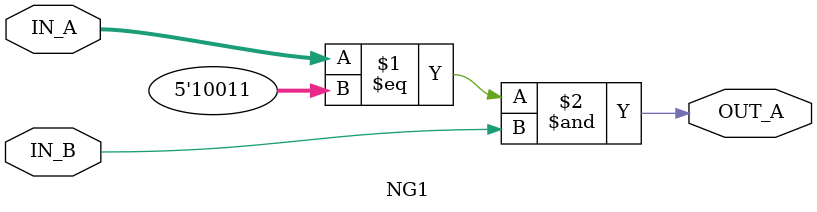
<source format=v>
module NG1(IN_A, IN_B, OUT_A);

input [4:0] IN_A;
input IN_B;
output OUT_A;

parameter IN_B_AND = 5'b10011;

assign OUT_A = IN_A == IN_B_AND & IN_B;

endmodule



</source>
